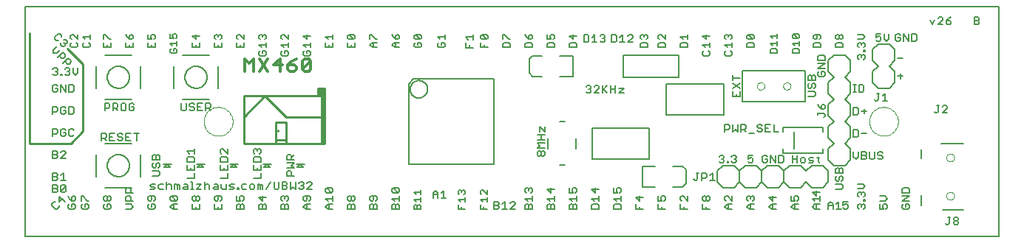
<source format=gto>
G75*
G70*
%OFA0B0*%
%FSLAX24Y24*%
%IPPOS*%
%LPD*%
%AMOC8*
5,1,8,0,0,1.08239X$1,22.5*
%
%ADD10C,0.0070*%
%ADD11C,0.0060*%
%ADD12C,0.0100*%
%ADD13C,0.0120*%
%ADD14C,0.0080*%
%ADD15C,0.0050*%
%ADD16C,0.0000*%
%ADD17C,0.0072*%
D10*
X001504Y001381D02*
X001582Y001381D01*
X001659Y001459D01*
X001659Y001537D01*
X001504Y001692D02*
X001426Y001692D01*
X001348Y001615D01*
X001348Y001537D01*
X001504Y001381D01*
X002077Y001433D02*
X002132Y001378D01*
X002353Y001378D01*
X002408Y001433D01*
X002408Y001543D01*
X002353Y001598D01*
X002243Y001598D01*
X002243Y001488D01*
X002132Y001598D02*
X002077Y001543D01*
X002077Y001433D01*
X002677Y001433D02*
X002732Y001378D01*
X002953Y001378D01*
X003008Y001433D01*
X003008Y001543D01*
X002953Y001598D01*
X002843Y001598D01*
X002843Y001488D01*
X002732Y001598D02*
X002677Y001543D01*
X002677Y001433D01*
X003677Y001433D02*
X003732Y001378D01*
X003953Y001378D01*
X004008Y001433D01*
X004008Y001543D01*
X003953Y001598D01*
X003843Y001598D01*
X003843Y001488D01*
X003732Y001598D02*
X003677Y001543D01*
X003677Y001433D01*
X004677Y001378D02*
X004898Y001378D01*
X005008Y001488D01*
X004898Y001598D01*
X004677Y001598D01*
X004677Y001746D02*
X004677Y001911D01*
X004732Y001966D01*
X004843Y001966D01*
X004898Y001911D01*
X004898Y001746D01*
X005008Y001746D02*
X004677Y001746D01*
X004008Y001801D02*
X004008Y001911D01*
X003953Y001966D01*
X003898Y001966D01*
X003843Y001911D01*
X003843Y001801D01*
X003788Y001746D01*
X003732Y001746D01*
X003677Y001801D01*
X003677Y001911D01*
X003732Y001966D01*
X003788Y001966D01*
X003843Y001911D01*
X003843Y001801D02*
X003898Y001746D01*
X003953Y001746D01*
X004008Y001801D01*
X004677Y002114D02*
X004677Y002279D01*
X004732Y002334D01*
X004843Y002334D01*
X004898Y002279D01*
X004898Y002114D01*
X005008Y002114D02*
X004677Y002114D01*
X005677Y001911D02*
X005677Y001801D01*
X005732Y001746D01*
X005788Y001746D01*
X005843Y001801D01*
X005843Y001966D01*
X005953Y001966D02*
X005732Y001966D01*
X005677Y001911D01*
X005953Y001966D02*
X006008Y001911D01*
X006008Y001801D01*
X005953Y001746D01*
X005953Y001598D02*
X005843Y001598D01*
X005843Y001488D01*
X005953Y001598D02*
X006008Y001543D01*
X006008Y001433D01*
X005953Y001378D01*
X005732Y001378D01*
X005677Y001433D01*
X005677Y001543D01*
X005732Y001598D01*
X006677Y001488D02*
X006788Y001378D01*
X007008Y001378D01*
X006843Y001378D02*
X006843Y001598D01*
X006788Y001598D02*
X007008Y001598D01*
X006788Y001598D02*
X006677Y001488D01*
X007677Y001598D02*
X007677Y001378D01*
X008008Y001378D01*
X008008Y001598D01*
X007843Y001488D02*
X007843Y001378D01*
X008677Y001378D02*
X008677Y001598D01*
X008843Y001488D02*
X008843Y001378D01*
X009008Y001378D02*
X009008Y001598D01*
X009677Y001543D02*
X009732Y001598D01*
X009788Y001598D01*
X009843Y001543D01*
X009843Y001378D01*
X010008Y001378D02*
X010008Y001543D01*
X009953Y001598D01*
X009898Y001598D01*
X009843Y001543D01*
X009677Y001543D02*
X009677Y001378D01*
X010008Y001378D01*
X010677Y001378D02*
X010677Y001543D01*
X010732Y001598D01*
X010788Y001598D01*
X010843Y001543D01*
X010843Y001378D01*
X011008Y001378D02*
X011008Y001543D01*
X010953Y001598D01*
X010898Y001598D01*
X010843Y001543D01*
X010843Y001746D02*
X010843Y001966D01*
X011008Y001911D02*
X010677Y001911D01*
X010843Y001746D01*
X011677Y001801D02*
X011677Y001911D01*
X011732Y001966D01*
X011788Y001966D01*
X011843Y001911D01*
X011898Y001966D01*
X011953Y001966D01*
X012008Y001911D01*
X012008Y001801D01*
X011953Y001746D01*
X011843Y001856D02*
X011843Y001911D01*
X011732Y001746D02*
X011677Y001801D01*
X011732Y001598D02*
X011788Y001598D01*
X011843Y001543D01*
X011843Y001378D01*
X012008Y001378D02*
X011677Y001378D01*
X011677Y001543D01*
X011732Y001598D01*
X011843Y001543D02*
X011898Y001598D01*
X011953Y001598D01*
X012008Y001543D01*
X012008Y001378D01*
X012677Y001488D02*
X012788Y001598D01*
X013008Y001598D01*
X012843Y001598D02*
X012843Y001378D01*
X012788Y001378D02*
X013008Y001378D01*
X012788Y001378D02*
X012677Y001488D01*
X013677Y001488D02*
X013788Y001598D01*
X014008Y001598D01*
X013843Y001598D02*
X013843Y001378D01*
X013788Y001378D02*
X013677Y001488D01*
X013788Y001378D02*
X014008Y001378D01*
X014677Y001378D02*
X014677Y001543D01*
X014732Y001598D01*
X014788Y001598D01*
X014843Y001543D01*
X014843Y001378D01*
X015008Y001378D02*
X015008Y001543D01*
X014953Y001598D01*
X014898Y001598D01*
X014843Y001543D01*
X014898Y001746D02*
X014843Y001801D01*
X014843Y001911D01*
X014898Y001966D01*
X014953Y001966D01*
X015008Y001911D01*
X015008Y001801D01*
X014953Y001746D01*
X014898Y001746D01*
X014843Y001801D02*
X014788Y001746D01*
X014732Y001746D01*
X014677Y001801D01*
X014677Y001911D01*
X014732Y001966D01*
X014788Y001966D01*
X014843Y001911D01*
X015677Y001911D02*
X015677Y001801D01*
X015732Y001746D01*
X015788Y001746D01*
X015843Y001801D01*
X015843Y001966D01*
X015953Y001966D02*
X015732Y001966D01*
X015677Y001911D01*
X015953Y001966D02*
X016008Y001911D01*
X016008Y001801D01*
X015953Y001746D01*
X016677Y001856D02*
X017008Y001856D01*
X017008Y001746D02*
X017008Y001966D01*
X016953Y002114D02*
X016732Y002114D01*
X016677Y002169D01*
X016677Y002279D01*
X016732Y002334D01*
X016953Y002114D01*
X017008Y002169D01*
X017008Y002279D01*
X016953Y002334D01*
X016732Y002334D01*
X016677Y001856D02*
X016788Y001746D01*
X016788Y001598D02*
X016843Y001543D01*
X016843Y001378D01*
X017008Y001378D02*
X017008Y001543D01*
X016953Y001598D01*
X016898Y001598D01*
X016843Y001543D01*
X016788Y001598D02*
X016732Y001598D01*
X016677Y001543D01*
X016677Y001378D01*
X017008Y001378D01*
X016008Y001378D02*
X016008Y001543D01*
X015953Y001598D01*
X015898Y001598D01*
X015843Y001543D01*
X015843Y001378D01*
X016008Y001378D02*
X015677Y001378D01*
X015677Y001543D01*
X015732Y001598D01*
X015788Y001598D01*
X015843Y001543D01*
X015008Y001378D02*
X014677Y001378D01*
X014008Y001746D02*
X014008Y001966D01*
X014008Y001856D02*
X013677Y001856D01*
X013788Y001746D01*
X013008Y001801D02*
X013008Y001911D01*
X012953Y001966D01*
X012732Y001966D01*
X012677Y001911D01*
X012677Y001801D01*
X012732Y001746D01*
X012788Y001746D01*
X012843Y001801D01*
X012843Y001966D01*
X013008Y001801D02*
X012953Y001746D01*
X013677Y002169D02*
X013732Y002114D01*
X013953Y002114D01*
X013732Y002334D01*
X013953Y002334D01*
X014008Y002279D01*
X014008Y002169D01*
X013953Y002114D01*
X013677Y002169D02*
X013677Y002279D01*
X013732Y002334D01*
X013057Y002278D02*
X012837Y002278D01*
X013057Y002498D01*
X013057Y002553D01*
X013002Y002608D01*
X012892Y002608D01*
X012837Y002553D01*
X012689Y002553D02*
X012634Y002608D01*
X012524Y002608D01*
X012469Y002553D01*
X012579Y002443D02*
X012634Y002443D01*
X012689Y002388D01*
X012689Y002333D01*
X012634Y002278D01*
X012524Y002278D01*
X012469Y002333D01*
X012320Y002278D02*
X012210Y002388D01*
X012100Y002278D01*
X012100Y002608D01*
X011952Y002553D02*
X011952Y002498D01*
X011897Y002443D01*
X011732Y002443D01*
X011732Y002278D02*
X011732Y002608D01*
X011897Y002608D01*
X011952Y002553D01*
X011897Y002443D02*
X011952Y002388D01*
X011952Y002333D01*
X011897Y002278D01*
X011732Y002278D01*
X011584Y002333D02*
X011584Y002608D01*
X011364Y002608D02*
X011364Y002333D01*
X011419Y002278D01*
X011529Y002278D01*
X011584Y002333D01*
X012320Y002278D02*
X012320Y002608D01*
X012634Y002443D02*
X012689Y002498D01*
X012689Y002553D01*
X012258Y002878D02*
X011927Y002878D01*
X011927Y003043D01*
X011982Y003098D01*
X012093Y003098D01*
X012148Y003043D01*
X012148Y002878D01*
X011215Y002608D02*
X010995Y002278D01*
X010847Y002278D02*
X010847Y002443D01*
X010792Y002498D01*
X010737Y002443D01*
X010737Y002278D01*
X010627Y002278D02*
X010627Y002498D01*
X010682Y002498D01*
X010737Y002443D01*
X010479Y002443D02*
X010479Y002333D01*
X010424Y002278D01*
X010314Y002278D01*
X010259Y002333D01*
X010259Y002443D01*
X010314Y002498D01*
X010424Y002498D01*
X010479Y002443D01*
X010111Y002498D02*
X009945Y002498D01*
X009890Y002443D01*
X009890Y002333D01*
X009945Y002278D01*
X010111Y002278D01*
X009761Y002278D02*
X009706Y002278D01*
X009706Y002333D01*
X009761Y002333D01*
X009761Y002278D01*
X009558Y002333D02*
X009503Y002388D01*
X009393Y002388D01*
X009338Y002443D01*
X009393Y002498D01*
X009558Y002498D01*
X009190Y002498D02*
X009190Y002278D01*
X009025Y002278D01*
X008970Y002333D01*
X008970Y002498D01*
X008821Y002443D02*
X008821Y002278D01*
X008656Y002278D01*
X008601Y002333D01*
X008656Y002388D01*
X008821Y002388D01*
X008821Y002443D02*
X008766Y002498D01*
X008656Y002498D01*
X008453Y002443D02*
X008398Y002498D01*
X008288Y002498D01*
X008233Y002443D01*
X008085Y002498D02*
X007865Y002278D01*
X008085Y002278D01*
X008233Y002278D02*
X008233Y002608D01*
X008085Y002498D02*
X007865Y002498D01*
X007674Y002608D02*
X007674Y002278D01*
X007619Y002278D02*
X007729Y002278D01*
X007471Y002278D02*
X007471Y002443D01*
X007416Y002498D01*
X007306Y002498D01*
X007306Y002388D02*
X007471Y002388D01*
X007471Y002278D02*
X007306Y002278D01*
X007251Y002333D01*
X007306Y002388D01*
X007103Y002443D02*
X007103Y002278D01*
X006993Y002278D02*
X006993Y002443D01*
X007048Y002498D01*
X007103Y002443D01*
X006993Y002443D02*
X006938Y002498D01*
X006883Y002498D01*
X006883Y002278D01*
X006734Y002278D02*
X006734Y002443D01*
X006679Y002498D01*
X006569Y002498D01*
X006514Y002443D01*
X006366Y002498D02*
X006201Y002498D01*
X006146Y002443D01*
X006146Y002333D01*
X006201Y002278D01*
X006366Y002278D01*
X006514Y002278D02*
X006514Y002608D01*
X005998Y002498D02*
X005833Y002498D01*
X005778Y002443D01*
X005833Y002388D01*
X005943Y002388D01*
X005998Y002333D01*
X005943Y002278D01*
X005778Y002278D01*
X006677Y001911D02*
X006732Y001966D01*
X006953Y001746D01*
X007008Y001801D01*
X007008Y001911D01*
X006953Y001966D01*
X006732Y001966D01*
X006677Y001911D02*
X006677Y001801D01*
X006732Y001746D01*
X006953Y001746D01*
X007677Y001801D02*
X007677Y001911D01*
X007732Y001966D01*
X007788Y001966D01*
X007843Y001911D01*
X007843Y001801D01*
X007788Y001746D01*
X007732Y001746D01*
X007677Y001801D01*
X007843Y001801D02*
X007898Y001746D01*
X007953Y001746D01*
X008008Y001801D01*
X008008Y001911D01*
X007953Y001966D01*
X007898Y001966D01*
X007843Y001911D01*
X008677Y001911D02*
X008677Y001801D01*
X008732Y001746D01*
X008788Y001746D01*
X008843Y001801D01*
X008843Y001966D01*
X008953Y001966D02*
X008732Y001966D01*
X008677Y001911D01*
X008953Y001966D02*
X009008Y001911D01*
X009008Y001801D01*
X008953Y001746D01*
X009677Y001746D02*
X009843Y001746D01*
X009788Y001856D01*
X009788Y001911D01*
X009843Y001966D01*
X009953Y001966D01*
X010008Y001911D01*
X010008Y001801D01*
X009953Y001746D01*
X009677Y001746D02*
X009677Y001966D01*
X009503Y002278D02*
X009558Y002333D01*
X009503Y002278D02*
X009338Y002278D01*
X008453Y002278D02*
X008453Y002443D01*
X007674Y002608D02*
X007619Y002608D01*
X007758Y002778D02*
X007427Y002778D01*
X007758Y002778D02*
X007758Y002998D01*
X007758Y003146D02*
X007427Y003146D01*
X007427Y003366D01*
X007427Y003514D02*
X007427Y003679D01*
X007482Y003734D01*
X007703Y003734D01*
X007758Y003679D01*
X007758Y003514D01*
X007427Y003514D01*
X007758Y003366D02*
X007758Y003146D01*
X007593Y003146D02*
X007593Y003256D01*
X008927Y003146D02*
X009258Y003146D01*
X009258Y003366D01*
X009258Y003514D02*
X009258Y003679D01*
X009203Y003734D01*
X008982Y003734D01*
X008927Y003679D01*
X008927Y003514D01*
X009258Y003514D01*
X008927Y003366D02*
X008927Y003146D01*
X009093Y003146D02*
X009093Y003256D01*
X009258Y002998D02*
X009258Y002778D01*
X008927Y002778D01*
X010427Y002778D02*
X010758Y002778D01*
X010758Y002998D01*
X010758Y003146D02*
X010427Y003146D01*
X010427Y003366D01*
X010427Y003514D02*
X010427Y003679D01*
X010482Y003734D01*
X010703Y003734D01*
X010758Y003679D01*
X010758Y003514D01*
X010427Y003514D01*
X010758Y003366D02*
X010758Y003146D01*
X010593Y003146D02*
X010593Y003256D01*
X011927Y003246D02*
X012258Y003246D01*
X012148Y003356D01*
X012258Y003466D01*
X011927Y003466D01*
X011927Y003614D02*
X011927Y003779D01*
X011982Y003834D01*
X012093Y003834D01*
X012148Y003779D01*
X012148Y003614D01*
X012258Y003614D02*
X011927Y003614D01*
X012148Y003724D02*
X012258Y003834D01*
X010758Y003938D02*
X010703Y003883D01*
X010758Y003938D02*
X010758Y004048D01*
X010703Y004103D01*
X010648Y004103D01*
X010593Y004048D01*
X010593Y003993D01*
X010593Y004048D02*
X010538Y004103D01*
X010482Y004103D01*
X010427Y004048D01*
X010427Y003938D01*
X010482Y003883D01*
X009258Y003883D02*
X009038Y004103D01*
X008982Y004103D01*
X008927Y004048D01*
X008927Y003938D01*
X008982Y003883D01*
X009258Y003883D02*
X009258Y004103D01*
X007758Y004103D02*
X007758Y003883D01*
X007758Y003993D02*
X007427Y003993D01*
X007538Y003883D01*
X006208Y003779D02*
X006208Y003614D01*
X005877Y003614D01*
X005877Y003779D01*
X005932Y003834D01*
X005988Y003834D01*
X006043Y003779D01*
X006043Y003614D01*
X006098Y003466D02*
X006153Y003466D01*
X006208Y003411D01*
X006208Y003301D01*
X006153Y003246D01*
X006043Y003301D02*
X006043Y003411D01*
X006098Y003466D01*
X005932Y003466D02*
X005877Y003411D01*
X005877Y003301D01*
X005932Y003246D01*
X005988Y003246D01*
X006043Y003301D01*
X006153Y003098D02*
X005877Y003098D01*
X006153Y003098D02*
X006208Y003043D01*
X006208Y002933D01*
X006153Y002878D01*
X005877Y002878D01*
X002953Y001746D02*
X002732Y001966D01*
X002677Y001966D01*
X002677Y001746D01*
X002408Y001801D02*
X002408Y001911D01*
X002353Y001966D01*
X002298Y001966D01*
X002243Y001911D01*
X002243Y001746D01*
X002353Y001746D01*
X002408Y001801D01*
X002243Y001746D02*
X002132Y001856D01*
X002077Y001966D01*
X001911Y002128D02*
X001801Y002128D01*
X001746Y002183D01*
X001966Y002403D01*
X001966Y002183D01*
X001911Y002128D01*
X001746Y002183D02*
X001746Y002403D01*
X001801Y002458D01*
X001911Y002458D01*
X001966Y002403D01*
X001598Y002403D02*
X001598Y002348D01*
X001543Y002293D01*
X001378Y002293D01*
X001543Y002293D02*
X001598Y002238D01*
X001598Y002183D01*
X001543Y002128D01*
X001378Y002128D01*
X001378Y002458D01*
X001543Y002458D01*
X001598Y002403D01*
X001543Y002678D02*
X001378Y002678D01*
X001378Y003008D01*
X001543Y003008D01*
X001598Y002953D01*
X001598Y002898D01*
X001543Y002843D01*
X001378Y002843D01*
X001543Y002843D02*
X001598Y002788D01*
X001598Y002733D01*
X001543Y002678D01*
X001746Y002678D02*
X001966Y002678D01*
X001856Y002678D02*
X001856Y003008D01*
X001746Y002898D01*
X001746Y003678D02*
X001966Y003898D01*
X001966Y003953D01*
X001911Y004008D01*
X001801Y004008D01*
X001746Y003953D01*
X001598Y003953D02*
X001598Y003898D01*
X001543Y003843D01*
X001378Y003843D01*
X001543Y003843D02*
X001598Y003788D01*
X001598Y003733D01*
X001543Y003678D01*
X001378Y003678D01*
X001378Y004008D01*
X001543Y004008D01*
X001598Y003953D01*
X001746Y003678D02*
X001966Y003678D01*
X003578Y004478D02*
X003578Y004808D01*
X003743Y004808D01*
X003798Y004753D01*
X003798Y004643D01*
X003743Y004588D01*
X003578Y004588D01*
X003688Y004588D02*
X003798Y004478D01*
X003946Y004478D02*
X004166Y004478D01*
X004314Y004533D02*
X004369Y004478D01*
X004479Y004478D01*
X004534Y004533D01*
X004534Y004588D01*
X004479Y004643D01*
X004369Y004643D01*
X004314Y004698D01*
X004314Y004753D01*
X004369Y004808D01*
X004479Y004808D01*
X004534Y004753D01*
X004683Y004808D02*
X004683Y004478D01*
X004903Y004478D01*
X005161Y004478D02*
X005161Y004808D01*
X005051Y004808D02*
X005271Y004808D01*
X004903Y004808D02*
X004683Y004808D01*
X004166Y004808D02*
X003946Y004808D01*
X003946Y004478D01*
X003946Y004643D02*
X004056Y004643D01*
X004683Y004643D02*
X004793Y004643D01*
X002334Y004733D02*
X002279Y004678D01*
X002169Y004678D01*
X002114Y004733D01*
X002114Y004953D01*
X002169Y005008D01*
X002279Y005008D01*
X002334Y004953D01*
X001966Y004953D02*
X001911Y005008D01*
X001801Y005008D01*
X001746Y004953D01*
X001746Y004733D01*
X001801Y004678D01*
X001911Y004678D01*
X001966Y004733D01*
X001966Y004843D01*
X001856Y004843D01*
X001598Y004843D02*
X001543Y004788D01*
X001378Y004788D01*
X001378Y004678D02*
X001378Y005008D01*
X001543Y005008D01*
X001598Y004953D01*
X001598Y004843D01*
X001801Y005678D02*
X001746Y005733D01*
X001746Y005953D01*
X001801Y006008D01*
X001911Y006008D01*
X001966Y005953D01*
X001966Y005843D02*
X001856Y005843D01*
X001966Y005843D02*
X001966Y005733D01*
X001911Y005678D01*
X001801Y005678D01*
X001598Y005843D02*
X001543Y005788D01*
X001378Y005788D01*
X001378Y005678D02*
X001378Y006008D01*
X001543Y006008D01*
X001598Y005953D01*
X001598Y005843D01*
X002114Y006008D02*
X002114Y005678D01*
X002279Y005678D01*
X002334Y005733D01*
X002334Y005953D01*
X002279Y006008D01*
X002114Y006008D01*
X003728Y005938D02*
X003893Y005938D01*
X003948Y005993D01*
X003948Y006103D01*
X003893Y006158D01*
X003728Y006158D01*
X003728Y005828D01*
X004096Y005828D02*
X004096Y006158D01*
X004261Y006158D01*
X004316Y006103D01*
X004316Y005993D01*
X004261Y005938D01*
X004096Y005938D01*
X004206Y005938D02*
X004316Y005828D01*
X004464Y005883D02*
X004519Y005828D01*
X004629Y005828D01*
X004684Y005883D01*
X004684Y006103D01*
X004629Y006158D01*
X004519Y006158D01*
X004464Y006103D01*
X004464Y005883D01*
X004833Y005883D02*
X004888Y005828D01*
X004998Y005828D01*
X005053Y005883D01*
X005053Y005993D01*
X004943Y005993D01*
X005053Y006103D02*
X004998Y006158D01*
X004888Y006158D01*
X004833Y006103D01*
X004833Y005883D01*
X007178Y005883D02*
X007233Y005828D01*
X007343Y005828D01*
X007398Y005883D01*
X007398Y006158D01*
X007546Y006103D02*
X007546Y006048D01*
X007601Y005993D01*
X007711Y005993D01*
X007766Y005938D01*
X007766Y005883D01*
X007711Y005828D01*
X007601Y005828D01*
X007546Y005883D01*
X007178Y005883D02*
X007178Y006158D01*
X007546Y006103D02*
X007601Y006158D01*
X007711Y006158D01*
X007766Y006103D01*
X007914Y006158D02*
X007914Y005828D01*
X008134Y005828D01*
X008283Y005828D02*
X008283Y006158D01*
X008448Y006158D01*
X008503Y006103D01*
X008503Y005993D01*
X008448Y005938D01*
X008283Y005938D01*
X008393Y005938D02*
X008503Y005828D01*
X008024Y005993D02*
X007914Y005993D01*
X007914Y006158D02*
X008134Y006158D01*
X002519Y007538D02*
X002519Y007758D01*
X002298Y007758D02*
X002298Y007538D01*
X002409Y007428D01*
X002519Y007538D01*
X002150Y007538D02*
X002095Y007593D01*
X002040Y007593D01*
X002095Y007593D02*
X002150Y007648D01*
X002150Y007703D01*
X002095Y007758D01*
X001985Y007758D01*
X001930Y007703D01*
X001598Y007703D02*
X001598Y007648D01*
X001543Y007593D01*
X001598Y007538D01*
X001598Y007483D01*
X001543Y007428D01*
X001433Y007428D01*
X001378Y007483D01*
X001488Y007593D02*
X001543Y007593D01*
X001598Y007703D02*
X001543Y007758D01*
X001433Y007758D01*
X001378Y007703D01*
X001746Y007483D02*
X001801Y007483D01*
X001801Y007428D01*
X001746Y007428D01*
X001746Y007483D01*
X001930Y007483D02*
X001985Y007428D01*
X002095Y007428D01*
X002150Y007483D01*
X002150Y007538D01*
X002121Y007948D02*
X002043Y007948D01*
X001926Y008064D01*
X001848Y007986D02*
X002082Y008220D01*
X002199Y008103D01*
X002199Y008025D01*
X002121Y007948D01*
X001860Y008208D02*
X001783Y008208D01*
X001666Y008325D01*
X001588Y008247D02*
X001821Y008480D01*
X001938Y008364D01*
X001938Y008286D01*
X001860Y008208D01*
X001561Y008429D02*
X001717Y008585D01*
X001804Y008742D02*
X001726Y008820D01*
X001726Y008898D01*
X001622Y009003D02*
X001544Y009003D01*
X001466Y009081D01*
X001466Y009158D01*
X001622Y009314D01*
X001700Y009314D01*
X001777Y009236D01*
X001777Y009158D01*
X001882Y009054D02*
X001960Y009054D01*
X002038Y008976D01*
X002038Y008898D01*
X001999Y008859D01*
X001921Y008859D01*
X001921Y008781D01*
X001882Y008742D01*
X001804Y008742D01*
X001921Y008859D02*
X001882Y008898D01*
X002177Y008856D02*
X002177Y008746D01*
X002232Y008691D01*
X002453Y008691D01*
X002508Y008746D01*
X002508Y008856D01*
X002453Y008911D01*
X002508Y009059D02*
X002288Y009280D01*
X002232Y009280D01*
X002177Y009224D01*
X002177Y009114D01*
X002232Y009059D01*
X002232Y008911D02*
X002177Y008856D01*
X001561Y008741D02*
X001405Y008585D01*
X001405Y008429D01*
X001561Y008429D01*
X002727Y008746D02*
X002782Y008691D01*
X003003Y008691D01*
X003058Y008746D01*
X003058Y008856D01*
X003003Y008911D01*
X003058Y009059D02*
X003058Y009280D01*
X003058Y009169D02*
X002727Y009169D01*
X002838Y009059D01*
X002782Y008911D02*
X002727Y008856D01*
X002727Y008746D01*
X003677Y008691D02*
X003677Y008911D01*
X003677Y009059D02*
X003677Y009280D01*
X003732Y009280D01*
X003953Y009059D01*
X004008Y009059D01*
X004008Y008911D02*
X004008Y008691D01*
X003677Y008691D01*
X003843Y008691D02*
X003843Y008801D01*
X004677Y008691D02*
X005008Y008691D01*
X005008Y008911D01*
X004953Y009059D02*
X004843Y009059D01*
X004843Y009224D01*
X004898Y009280D01*
X004953Y009280D01*
X005008Y009224D01*
X005008Y009114D01*
X004953Y009059D01*
X004843Y009059D02*
X004732Y009169D01*
X004677Y009280D01*
X005677Y009280D02*
X005677Y009059D01*
X005843Y009059D01*
X005788Y009169D01*
X005788Y009224D01*
X005843Y009280D01*
X005953Y009280D01*
X006008Y009224D01*
X006008Y009114D01*
X005953Y009059D01*
X006008Y008911D02*
X006008Y008691D01*
X005677Y008691D01*
X005677Y008911D01*
X005843Y008801D02*
X005843Y008691D01*
X004843Y008691D02*
X004843Y008801D01*
X004677Y008911D02*
X004677Y008691D01*
X002508Y009059D02*
X002508Y009280D01*
X007677Y009224D02*
X007843Y009059D01*
X007843Y009280D01*
X008008Y009224D02*
X007677Y009224D01*
X008677Y009224D02*
X008677Y009114D01*
X008732Y009059D01*
X008843Y009169D02*
X008843Y009224D01*
X008898Y009280D01*
X008953Y009280D01*
X009008Y009224D01*
X009008Y009114D01*
X008953Y009059D01*
X009008Y008911D02*
X009008Y008691D01*
X008677Y008691D01*
X008677Y008911D01*
X008843Y008801D02*
X008843Y008691D01*
X009677Y008691D02*
X010008Y008691D01*
X010008Y008911D01*
X010008Y009059D02*
X009788Y009280D01*
X009732Y009280D01*
X009677Y009224D01*
X009677Y009114D01*
X009732Y009059D01*
X009677Y008911D02*
X009677Y008691D01*
X009843Y008691D02*
X009843Y008801D01*
X010008Y009059D02*
X010008Y009280D01*
X010677Y009224D02*
X010677Y009114D01*
X010732Y009059D01*
X010843Y009169D02*
X010843Y009224D01*
X010898Y009280D01*
X010953Y009280D01*
X011008Y009224D01*
X011008Y009114D01*
X010953Y009059D01*
X011008Y008911D02*
X011008Y008691D01*
X011008Y008801D02*
X010677Y008801D01*
X010788Y008691D01*
X010843Y008543D02*
X010843Y008433D01*
X010843Y008543D02*
X010953Y008543D01*
X011008Y008488D01*
X011008Y008378D01*
X010953Y008323D01*
X010732Y008323D01*
X010677Y008378D01*
X010677Y008488D01*
X010732Y008543D01*
X011677Y008488D02*
X011677Y008378D01*
X011732Y008323D01*
X011953Y008323D01*
X012008Y008378D01*
X012008Y008488D01*
X011953Y008543D01*
X011843Y008543D01*
X011843Y008433D01*
X011732Y008543D02*
X011677Y008488D01*
X011788Y008691D02*
X011677Y008801D01*
X012008Y008801D01*
X012008Y008691D02*
X012008Y008911D01*
X012008Y009059D02*
X011788Y009280D01*
X011732Y009280D01*
X011677Y009224D01*
X011677Y009114D01*
X011732Y009059D01*
X012008Y009059D02*
X012008Y009280D01*
X012677Y009224D02*
X012843Y009059D01*
X012843Y009280D01*
X013008Y009224D02*
X012677Y009224D01*
X013677Y009169D02*
X014008Y009169D01*
X014008Y009059D02*
X014008Y009280D01*
X013788Y009059D02*
X013677Y009169D01*
X013677Y008911D02*
X013677Y008691D01*
X014008Y008691D01*
X014008Y008911D01*
X013843Y008801D02*
X013843Y008691D01*
X014677Y008691D02*
X014677Y008911D01*
X014732Y009059D02*
X014677Y009114D01*
X014677Y009224D01*
X014732Y009280D01*
X014953Y009059D01*
X015008Y009114D01*
X015008Y009224D01*
X014953Y009280D01*
X014732Y009280D01*
X014732Y009059D02*
X014953Y009059D01*
X015008Y008911D02*
X015008Y008691D01*
X014677Y008691D01*
X014843Y008691D02*
X014843Y008801D01*
X015677Y008801D02*
X015788Y008691D01*
X016008Y008691D01*
X015843Y008691D02*
X015843Y008911D01*
X015788Y008911D02*
X016008Y008911D01*
X016008Y009059D02*
X015953Y009059D01*
X015732Y009280D01*
X015677Y009280D01*
X015677Y009059D01*
X015788Y008911D02*
X015677Y008801D01*
X016677Y008801D02*
X016788Y008691D01*
X017008Y008691D01*
X016843Y008691D02*
X016843Y008911D01*
X016788Y008911D02*
X017008Y008911D01*
X016953Y009059D02*
X017008Y009114D01*
X017008Y009224D01*
X016953Y009280D01*
X016898Y009280D01*
X016843Y009224D01*
X016843Y009059D01*
X016953Y009059D01*
X016843Y009059D02*
X016732Y009169D01*
X016677Y009280D01*
X016788Y008911D02*
X016677Y008801D01*
X017677Y008746D02*
X017732Y008691D01*
X017953Y008691D01*
X018008Y008746D01*
X018008Y008856D01*
X017953Y008911D01*
X017843Y008911D01*
X017843Y008801D01*
X017732Y008911D02*
X017677Y008856D01*
X017677Y008746D01*
X018727Y008746D02*
X018782Y008691D01*
X019003Y008691D01*
X019058Y008746D01*
X019058Y008856D01*
X019003Y008911D01*
X018893Y008911D01*
X018893Y008801D01*
X018782Y008911D02*
X018727Y008856D01*
X018727Y008746D01*
X018838Y009059D02*
X018727Y009169D01*
X019058Y009169D01*
X019058Y009059D02*
X019058Y009280D01*
X020007Y009164D02*
X020118Y009054D01*
X020007Y009164D02*
X020338Y009164D01*
X020338Y009054D02*
X020338Y009275D01*
X020677Y009224D02*
X020732Y009280D01*
X020953Y009059D01*
X021008Y009114D01*
X021008Y009224D01*
X020953Y009280D01*
X020732Y009280D01*
X020677Y009224D02*
X020677Y009114D01*
X020732Y009059D01*
X020953Y009059D01*
X020677Y008911D02*
X020677Y008691D01*
X021008Y008691D01*
X020843Y008691D02*
X020843Y008801D01*
X020338Y008686D02*
X020007Y008686D01*
X020007Y008906D01*
X020173Y008796D02*
X020173Y008686D01*
X021677Y008691D02*
X021677Y008856D01*
X021732Y008911D01*
X021953Y008911D01*
X022008Y008856D01*
X022008Y008691D01*
X021677Y008691D01*
X022677Y008691D02*
X022677Y008856D01*
X022732Y008911D01*
X022953Y008911D01*
X023008Y008856D01*
X023008Y008691D01*
X022677Y008691D01*
X023677Y008691D02*
X023677Y008856D01*
X023732Y008911D01*
X023953Y008911D01*
X024008Y008856D01*
X024008Y008691D01*
X023677Y008691D01*
X024677Y008691D02*
X024677Y008856D01*
X024732Y008911D01*
X024953Y008911D01*
X025008Y008856D01*
X025008Y008691D01*
X024677Y008691D01*
X025328Y008928D02*
X025493Y008928D01*
X025548Y008983D01*
X025548Y009203D01*
X025493Y009258D01*
X025328Y009258D01*
X025328Y008928D01*
X025696Y008928D02*
X025916Y008928D01*
X025806Y008928D02*
X025806Y009258D01*
X025696Y009148D01*
X026064Y009203D02*
X026119Y009258D01*
X026229Y009258D01*
X026284Y009203D01*
X026284Y009148D01*
X026229Y009093D01*
X026284Y009038D01*
X026284Y008983D01*
X026229Y008928D01*
X026119Y008928D01*
X026064Y008983D01*
X026174Y009093D02*
X026229Y009093D01*
X026578Y009258D02*
X026743Y009258D01*
X026798Y009203D01*
X026798Y008983D01*
X026743Y008928D01*
X026578Y008928D01*
X026578Y009258D01*
X026946Y009148D02*
X027056Y009258D01*
X027056Y008928D01*
X026946Y008928D02*
X027166Y008928D01*
X027314Y008928D02*
X027534Y009148D01*
X027534Y009203D01*
X027479Y009258D01*
X027369Y009258D01*
X027314Y009203D01*
X027877Y009224D02*
X027877Y009114D01*
X027932Y009059D01*
X027932Y008911D02*
X027877Y008856D01*
X027877Y008691D01*
X028208Y008691D01*
X028208Y008856D01*
X028153Y008911D01*
X027932Y008911D01*
X028153Y009059D02*
X028208Y009114D01*
X028208Y009224D01*
X028153Y009280D01*
X028098Y009280D01*
X028043Y009224D01*
X028043Y009169D01*
X028043Y009224D02*
X027988Y009280D01*
X027932Y009280D01*
X027877Y009224D01*
X028677Y009224D02*
X028677Y009114D01*
X028732Y009059D01*
X028732Y008911D02*
X028677Y008856D01*
X028677Y008691D01*
X029008Y008691D01*
X029008Y008856D01*
X028953Y008911D01*
X028732Y008911D01*
X029008Y009059D02*
X028788Y009280D01*
X028732Y009280D01*
X028677Y009224D01*
X029008Y009280D02*
X029008Y009059D01*
X029677Y009169D02*
X029788Y009059D01*
X029677Y009169D02*
X030008Y009169D01*
X030008Y009059D02*
X030008Y009280D01*
X030677Y009224D02*
X030843Y009059D01*
X030843Y009280D01*
X031008Y009224D02*
X030677Y009224D01*
X031677Y009224D02*
X031677Y009114D01*
X031732Y009059D01*
X031843Y009169D02*
X031843Y009224D01*
X031898Y009280D01*
X031953Y009280D01*
X032008Y009224D01*
X032008Y009114D01*
X031953Y009059D01*
X032008Y008911D02*
X032008Y008691D01*
X032008Y008801D02*
X031677Y008801D01*
X031788Y008691D01*
X031008Y008691D02*
X031008Y008911D01*
X031008Y008801D02*
X030677Y008801D01*
X030788Y008691D01*
X030732Y008543D02*
X030677Y008488D01*
X030677Y008378D01*
X030732Y008323D01*
X030953Y008323D01*
X031008Y008378D01*
X031008Y008488D01*
X030953Y008543D01*
X031677Y008488D02*
X031677Y008378D01*
X031732Y008323D01*
X031953Y008323D01*
X032008Y008378D01*
X032008Y008488D01*
X031953Y008543D01*
X031732Y008543D02*
X031677Y008488D01*
X032677Y008691D02*
X032677Y008856D01*
X032732Y008911D01*
X032953Y008911D01*
X033008Y008856D01*
X033008Y008691D01*
X032677Y008691D01*
X032732Y009059D02*
X032677Y009114D01*
X032677Y009224D01*
X032732Y009280D01*
X032953Y009059D01*
X033008Y009114D01*
X033008Y009224D01*
X032953Y009280D01*
X032732Y009280D01*
X032732Y009059D02*
X032953Y009059D01*
X031843Y009224D02*
X031788Y009280D01*
X031732Y009280D01*
X031677Y009224D01*
X030008Y008856D02*
X029953Y008911D01*
X029732Y008911D01*
X029677Y008856D01*
X029677Y008691D01*
X030008Y008691D01*
X030008Y008856D01*
X027534Y008928D02*
X027314Y008928D01*
X025008Y009224D02*
X024677Y009224D01*
X024843Y009059D01*
X024843Y009280D01*
X024008Y009224D02*
X024008Y009114D01*
X023953Y009059D01*
X023843Y009059D02*
X023788Y009169D01*
X023788Y009224D01*
X023843Y009280D01*
X023953Y009280D01*
X024008Y009224D01*
X023677Y009280D02*
X023677Y009059D01*
X023843Y009059D01*
X023008Y009114D02*
X023008Y009224D01*
X022953Y009280D01*
X022898Y009280D01*
X022843Y009224D01*
X022843Y009059D01*
X022953Y009059D01*
X023008Y009114D01*
X022843Y009059D02*
X022732Y009169D01*
X022677Y009280D01*
X022008Y009059D02*
X021953Y009059D01*
X021732Y009280D01*
X021677Y009280D01*
X021677Y009059D01*
X018008Y009114D02*
X017953Y009059D01*
X017732Y009280D01*
X017953Y009280D01*
X018008Y009224D01*
X018008Y009114D01*
X017953Y009059D02*
X017732Y009059D01*
X017677Y009114D01*
X017677Y009224D01*
X017732Y009280D01*
X013008Y008911D02*
X013008Y008691D01*
X013008Y008801D02*
X012677Y008801D01*
X012788Y008691D01*
X012843Y008543D02*
X012843Y008433D01*
X012843Y008543D02*
X012953Y008543D01*
X013008Y008488D01*
X013008Y008378D01*
X012953Y008323D01*
X012732Y008323D01*
X012677Y008378D01*
X012677Y008488D01*
X012732Y008543D01*
X010843Y009224D02*
X010788Y009280D01*
X010732Y009280D01*
X010677Y009224D01*
X008843Y009224D02*
X008788Y009280D01*
X008732Y009280D01*
X008677Y009224D01*
X008008Y008911D02*
X008008Y008691D01*
X007677Y008691D01*
X007677Y008911D01*
X007843Y008801D02*
X007843Y008691D01*
X002334Y006953D02*
X002279Y007008D01*
X002114Y007008D01*
X002114Y006678D01*
X002279Y006678D01*
X002334Y006733D01*
X002334Y006953D01*
X001966Y007008D02*
X001966Y006678D01*
X001746Y007008D01*
X001746Y006678D01*
X001598Y006733D02*
X001543Y006678D01*
X001433Y006678D01*
X001378Y006733D01*
X001378Y006953D01*
X001433Y007008D01*
X001543Y007008D01*
X001598Y006953D01*
X001598Y006843D02*
X001488Y006843D01*
X001598Y006843D02*
X001598Y006733D01*
X006043Y003779D02*
X006098Y003834D01*
X006153Y003834D01*
X006208Y003779D01*
X001920Y001719D02*
X001686Y001953D01*
X001686Y001719D01*
X001842Y001875D01*
X002953Y001746D02*
X003008Y001746D01*
X008677Y001378D02*
X009008Y001378D01*
X010677Y001378D02*
X011008Y001378D01*
X018528Y001878D02*
X018528Y002098D01*
X018638Y002208D01*
X018748Y002098D01*
X018748Y001878D01*
X018896Y001878D02*
X019116Y001878D01*
X019006Y001878D02*
X019006Y002208D01*
X018896Y002098D01*
X018748Y002043D02*
X018528Y002043D01*
X021278Y001708D02*
X021278Y001378D01*
X021443Y001378D01*
X021498Y001433D01*
X021498Y001488D01*
X021443Y001543D01*
X021278Y001543D01*
X021443Y001543D02*
X021498Y001598D01*
X021498Y001653D01*
X021443Y001708D01*
X021278Y001708D01*
X021646Y001598D02*
X021756Y001708D01*
X021756Y001378D01*
X021646Y001378D02*
X021866Y001378D01*
X022014Y001378D02*
X022234Y001598D01*
X022234Y001653D01*
X022179Y001708D01*
X022069Y001708D01*
X022014Y001653D01*
X022677Y001543D02*
X022732Y001598D01*
X022788Y001598D01*
X022843Y001543D01*
X022843Y001378D01*
X023008Y001378D02*
X022677Y001378D01*
X022677Y001543D01*
X022843Y001543D02*
X022898Y001598D01*
X022953Y001598D01*
X023008Y001543D01*
X023008Y001378D01*
X023677Y001378D02*
X023677Y001543D01*
X023732Y001598D01*
X023788Y001598D01*
X023843Y001543D01*
X023843Y001378D01*
X024008Y001378D02*
X023677Y001378D01*
X024008Y001378D02*
X024008Y001543D01*
X023953Y001598D01*
X023898Y001598D01*
X023843Y001543D01*
X023788Y001746D02*
X023677Y001856D01*
X024008Y001856D01*
X024008Y001746D02*
X024008Y001966D01*
X023843Y002114D02*
X023843Y002334D01*
X024008Y002279D02*
X023677Y002279D01*
X023843Y002114D01*
X023008Y002169D02*
X022953Y002114D01*
X023008Y002169D02*
X023008Y002279D01*
X022953Y002334D01*
X022898Y002334D01*
X022843Y002279D01*
X022843Y002224D01*
X022843Y002279D02*
X022788Y002334D01*
X022732Y002334D01*
X022677Y002279D01*
X022677Y002169D01*
X022732Y002114D01*
X023008Y001966D02*
X023008Y001746D01*
X023008Y001856D02*
X022677Y001856D01*
X022788Y001746D01*
X022234Y001378D02*
X022014Y001378D01*
X024677Y001378D02*
X024677Y001543D01*
X024732Y001598D01*
X024788Y001598D01*
X024843Y001543D01*
X024843Y001378D01*
X025008Y001378D02*
X025008Y001543D01*
X024953Y001598D01*
X024898Y001598D01*
X024843Y001543D01*
X024788Y001746D02*
X024677Y001856D01*
X025008Y001856D01*
X025008Y001746D02*
X025008Y001966D01*
X024953Y002114D02*
X025008Y002169D01*
X025008Y002279D01*
X024953Y002334D01*
X024843Y002334D01*
X024788Y002279D01*
X024788Y002224D01*
X024843Y002114D01*
X024677Y002114D01*
X024677Y002334D01*
X025677Y002279D02*
X025843Y002114D01*
X025843Y002334D01*
X026008Y002279D02*
X025677Y002279D01*
X026677Y002334D02*
X026677Y002114D01*
X026843Y002114D01*
X026788Y002224D01*
X026788Y002279D01*
X026843Y002334D01*
X026953Y002334D01*
X027008Y002279D01*
X027008Y002169D01*
X026953Y002114D01*
X027008Y001966D02*
X027008Y001746D01*
X027008Y001856D02*
X026677Y001856D01*
X026788Y001746D01*
X026732Y001598D02*
X026677Y001543D01*
X026677Y001378D01*
X027008Y001378D01*
X027008Y001543D01*
X026953Y001598D01*
X026732Y001598D01*
X026008Y001543D02*
X026008Y001378D01*
X025677Y001378D01*
X025677Y001543D01*
X025732Y001598D01*
X025953Y001598D01*
X026008Y001543D01*
X026008Y001746D02*
X026008Y001966D01*
X026008Y001856D02*
X025677Y001856D01*
X025788Y001746D01*
X025008Y001378D02*
X024677Y001378D01*
X027677Y001378D02*
X027677Y001598D01*
X027843Y001488D02*
X027843Y001378D01*
X028008Y001378D02*
X027677Y001378D01*
X028677Y001378D02*
X028677Y001598D01*
X028843Y001488D02*
X028843Y001378D01*
X029008Y001378D02*
X028677Y001378D01*
X029677Y001378D02*
X029677Y001598D01*
X029843Y001488D02*
X029843Y001378D01*
X030008Y001378D02*
X029677Y001378D01*
X030677Y001378D02*
X030677Y001598D01*
X030843Y001488D02*
X030843Y001378D01*
X031008Y001378D02*
X030677Y001378D01*
X031677Y001488D02*
X031788Y001598D01*
X032008Y001598D01*
X031843Y001598D02*
X031843Y001378D01*
X031788Y001378D02*
X032008Y001378D01*
X031788Y001378D02*
X031677Y001488D01*
X032677Y001488D02*
X032788Y001598D01*
X033008Y001598D01*
X032843Y001598D02*
X032843Y001378D01*
X032788Y001378D02*
X032677Y001488D01*
X032788Y001378D02*
X033008Y001378D01*
X033677Y001488D02*
X033788Y001598D01*
X034008Y001598D01*
X033843Y001598D02*
X033843Y001378D01*
X033788Y001378D02*
X033677Y001488D01*
X033788Y001378D02*
X034008Y001378D01*
X034677Y001488D02*
X034788Y001598D01*
X035008Y001598D01*
X034843Y001598D02*
X034843Y001378D01*
X034788Y001378D02*
X034677Y001488D01*
X034788Y001378D02*
X035008Y001378D01*
X035627Y001488D02*
X035738Y001598D01*
X035958Y001598D01*
X035793Y001598D02*
X035793Y001378D01*
X035738Y001378D02*
X035958Y001378D01*
X035738Y001378D02*
X035627Y001488D01*
X036341Y001543D02*
X036561Y001543D01*
X036561Y001598D02*
X036561Y001378D01*
X036709Y001378D02*
X036930Y001378D01*
X036819Y001378D02*
X036819Y001708D01*
X036709Y001598D01*
X036561Y001598D02*
X036451Y001708D01*
X036341Y001598D01*
X036341Y001378D01*
X037677Y001433D02*
X037732Y001378D01*
X037677Y001433D02*
X037677Y001543D01*
X037732Y001598D01*
X037788Y001598D01*
X037843Y001543D01*
X037898Y001598D01*
X037953Y001598D01*
X038008Y001543D01*
X038008Y001433D01*
X037953Y001378D01*
X037843Y001488D02*
X037843Y001543D01*
X037953Y001746D02*
X037953Y001801D01*
X038008Y001801D01*
X038008Y001746D01*
X037953Y001746D01*
X037953Y001930D02*
X038008Y001985D01*
X038008Y002095D01*
X037953Y002150D01*
X037898Y002150D01*
X037843Y002095D01*
X037843Y002040D01*
X037843Y002095D02*
X037788Y002150D01*
X037732Y002150D01*
X037677Y002095D01*
X037677Y001985D01*
X037732Y001930D01*
X038677Y001966D02*
X038898Y001966D01*
X039008Y001856D01*
X038898Y001746D01*
X038677Y001746D01*
X038677Y001598D02*
X038677Y001378D01*
X038843Y001378D01*
X038788Y001488D01*
X038788Y001543D01*
X038843Y001598D01*
X038953Y001598D01*
X039008Y001543D01*
X039008Y001433D01*
X038953Y001378D01*
X039677Y001433D02*
X039732Y001378D01*
X039953Y001378D01*
X040008Y001433D01*
X040008Y001543D01*
X039953Y001598D01*
X039843Y001598D01*
X039843Y001488D01*
X039732Y001598D02*
X039677Y001543D01*
X039677Y001433D01*
X039677Y001746D02*
X040008Y001966D01*
X039677Y001966D01*
X039677Y002114D02*
X039677Y002279D01*
X039732Y002334D01*
X039953Y002334D01*
X040008Y002279D01*
X040008Y002114D01*
X039677Y002114D01*
X039677Y001746D02*
X040008Y001746D01*
X038008Y002409D02*
X037898Y002298D01*
X037677Y002298D01*
X037898Y002519D02*
X038008Y002409D01*
X037898Y002519D02*
X037677Y002519D01*
X037008Y002443D02*
X037008Y002333D01*
X036953Y002278D01*
X036677Y002278D01*
X036953Y002498D02*
X037008Y002443D01*
X036953Y002498D02*
X036677Y002498D01*
X036732Y002646D02*
X036788Y002646D01*
X036843Y002701D01*
X036843Y002811D01*
X036898Y002866D01*
X036953Y002866D01*
X037008Y002811D01*
X037008Y002701D01*
X036953Y002646D01*
X036732Y002646D02*
X036677Y002701D01*
X036677Y002811D01*
X036732Y002866D01*
X036677Y003014D02*
X036677Y003179D01*
X036732Y003234D01*
X036788Y003234D01*
X036843Y003179D01*
X036843Y003014D01*
X037008Y003014D02*
X037008Y003179D01*
X036953Y003234D01*
X036898Y003234D01*
X036843Y003179D01*
X037008Y003014D02*
X036677Y003014D01*
X035943Y003478D02*
X035888Y003533D01*
X035888Y003753D01*
X035833Y003698D02*
X035943Y003698D01*
X035684Y003698D02*
X035519Y003698D01*
X035464Y003643D01*
X035519Y003588D01*
X035629Y003588D01*
X035684Y003533D01*
X035629Y003478D01*
X035464Y003478D01*
X035316Y003533D02*
X035316Y003643D01*
X035261Y003698D01*
X035151Y003698D01*
X035096Y003643D01*
X035096Y003533D01*
X035151Y003478D01*
X035261Y003478D01*
X035316Y003533D01*
X034948Y003478D02*
X034948Y003808D01*
X034948Y003643D02*
X034728Y003643D01*
X034728Y003478D02*
X034728Y003808D01*
X034334Y003753D02*
X034279Y003808D01*
X034114Y003808D01*
X034114Y003478D01*
X034279Y003478D01*
X034334Y003533D01*
X034334Y003753D01*
X033966Y003808D02*
X033966Y003478D01*
X033746Y003808D01*
X033746Y003478D01*
X033598Y003533D02*
X033598Y003643D01*
X033488Y003643D01*
X033598Y003753D02*
X033543Y003808D01*
X033433Y003808D01*
X033378Y003753D01*
X033378Y003533D01*
X033433Y003478D01*
X033543Y003478D01*
X033598Y003533D01*
X032948Y003533D02*
X032893Y003478D01*
X032783Y003478D01*
X032728Y003533D01*
X032728Y003643D02*
X032838Y003698D01*
X032893Y003698D01*
X032948Y003643D01*
X032948Y003533D01*
X032728Y003643D02*
X032728Y003808D01*
X032948Y003808D01*
X032200Y003753D02*
X032200Y003698D01*
X032145Y003643D01*
X032200Y003588D01*
X032200Y003533D01*
X032145Y003478D01*
X032035Y003478D01*
X031980Y003533D01*
X031851Y003533D02*
X031851Y003478D01*
X031796Y003478D01*
X031796Y003533D01*
X031851Y003533D01*
X031648Y003533D02*
X031593Y003478D01*
X031483Y003478D01*
X031428Y003533D01*
X031538Y003643D02*
X031593Y003643D01*
X031648Y003588D01*
X031648Y003533D01*
X031593Y003643D02*
X031648Y003698D01*
X031648Y003753D01*
X031593Y003808D01*
X031483Y003808D01*
X031428Y003753D01*
X031980Y003753D02*
X032035Y003808D01*
X032145Y003808D01*
X032200Y003753D01*
X032145Y003643D02*
X032090Y003643D01*
X031124Y003008D02*
X031124Y002678D01*
X031014Y002678D02*
X031234Y002678D01*
X030866Y002843D02*
X030811Y002788D01*
X030646Y002788D01*
X030646Y002678D02*
X030646Y003008D01*
X030811Y003008D01*
X030866Y002953D01*
X030866Y002843D01*
X031014Y002898D02*
X031124Y003008D01*
X030498Y003008D02*
X030388Y003008D01*
X030443Y003008D02*
X030443Y002733D01*
X030388Y002678D01*
X030333Y002678D01*
X030278Y002733D01*
X030008Y001966D02*
X030008Y001746D01*
X029788Y001966D01*
X029732Y001966D01*
X029677Y001911D01*
X029677Y001801D01*
X029732Y001746D01*
X029008Y001801D02*
X028953Y001746D01*
X029008Y001801D02*
X029008Y001911D01*
X028953Y001966D01*
X028843Y001966D01*
X028788Y001911D01*
X028788Y001856D01*
X028843Y001746D01*
X028677Y001746D01*
X028677Y001966D01*
X028008Y001911D02*
X027677Y001911D01*
X027843Y001746D01*
X027843Y001966D01*
X030677Y001911D02*
X030677Y001801D01*
X030732Y001746D01*
X030788Y001746D01*
X030843Y001801D01*
X030843Y001911D01*
X030898Y001966D01*
X030953Y001966D01*
X031008Y001911D01*
X031008Y001801D01*
X030953Y001746D01*
X030898Y001746D01*
X030843Y001801D01*
X030843Y001911D02*
X030788Y001966D01*
X030732Y001966D01*
X030677Y001911D01*
X031677Y001911D02*
X031677Y001801D01*
X031732Y001746D01*
X031677Y001911D02*
X031732Y001966D01*
X031788Y001966D01*
X032008Y001746D01*
X032008Y001966D01*
X032677Y001911D02*
X032732Y001966D01*
X032788Y001966D01*
X032843Y001911D01*
X032898Y001966D01*
X032953Y001966D01*
X033008Y001911D01*
X033008Y001801D01*
X032953Y001746D01*
X032843Y001856D02*
X032843Y001911D01*
X032677Y001911D02*
X032677Y001801D01*
X032732Y001746D01*
X033677Y001911D02*
X033843Y001746D01*
X033843Y001966D01*
X034008Y001911D02*
X033677Y001911D01*
X034677Y001966D02*
X034677Y001746D01*
X034843Y001746D01*
X034788Y001856D01*
X034788Y001911D01*
X034843Y001966D01*
X034953Y001966D01*
X035008Y001911D01*
X035008Y001801D01*
X034953Y001746D01*
X035627Y001856D02*
X035958Y001856D01*
X035958Y001746D02*
X035958Y001966D01*
X035738Y001746D02*
X035627Y001856D01*
X041628Y000733D02*
X041683Y000678D01*
X041738Y000678D01*
X041793Y000733D01*
X041793Y001008D01*
X041738Y001008D02*
X041848Y001008D01*
X041996Y000953D02*
X041996Y000898D01*
X042051Y000843D01*
X042161Y000843D01*
X042216Y000788D01*
X042216Y000733D01*
X042161Y000678D01*
X042051Y000678D01*
X041996Y000733D01*
X041996Y000788D01*
X042051Y000843D01*
X042161Y000843D02*
X042216Y000898D01*
X042216Y000953D01*
X042161Y001008D01*
X042051Y001008D01*
X041996Y000953D01*
X038803Y003683D02*
X038748Y003628D01*
X038638Y003628D01*
X038583Y003683D01*
X038638Y003793D02*
X038748Y003793D01*
X038803Y003738D01*
X038803Y003683D01*
X038638Y003793D02*
X038583Y003848D01*
X038583Y003903D01*
X038638Y003958D01*
X038748Y003958D01*
X038803Y003903D01*
X038434Y003958D02*
X038434Y003683D01*
X038379Y003628D01*
X038269Y003628D01*
X038214Y003683D01*
X038214Y003958D01*
X038066Y003903D02*
X038011Y003958D01*
X037846Y003958D01*
X037846Y003628D01*
X038011Y003628D01*
X038066Y003683D01*
X038066Y003738D01*
X038011Y003793D01*
X037846Y003793D01*
X037698Y003738D02*
X037698Y003958D01*
X037478Y003958D02*
X037478Y003738D01*
X037588Y003628D01*
X037698Y003738D01*
X038011Y003793D02*
X038066Y003848D01*
X038066Y003903D01*
X037638Y004628D02*
X037473Y004628D01*
X037473Y004958D01*
X037638Y004958D01*
X037693Y004903D01*
X037693Y004683D01*
X037638Y004628D01*
X037841Y004793D02*
X038061Y004793D01*
X036208Y005583D02*
X036153Y005528D01*
X036208Y005583D02*
X036208Y005638D01*
X036153Y005693D01*
X035877Y005693D01*
X035877Y005638D02*
X035877Y005748D01*
X036043Y005896D02*
X036043Y006061D01*
X036098Y006116D01*
X036153Y006116D01*
X036208Y006061D01*
X036208Y005951D01*
X036153Y005896D01*
X036043Y005896D01*
X035932Y006006D01*
X035877Y006116D01*
X035703Y006478D02*
X035758Y006533D01*
X035758Y006643D01*
X035703Y006698D01*
X035427Y006698D01*
X035482Y006846D02*
X035538Y006846D01*
X035593Y006901D01*
X035593Y007011D01*
X035648Y007066D01*
X035703Y007066D01*
X035758Y007011D01*
X035758Y006901D01*
X035703Y006846D01*
X035482Y006846D02*
X035427Y006901D01*
X035427Y007011D01*
X035482Y007066D01*
X035427Y007214D02*
X035427Y007379D01*
X035482Y007434D01*
X035538Y007434D01*
X035593Y007379D01*
X035593Y007214D01*
X035758Y007214D02*
X035758Y007379D01*
X035703Y007434D01*
X035648Y007434D01*
X035593Y007379D01*
X035877Y007433D02*
X035877Y007543D01*
X035932Y007598D01*
X036043Y007598D02*
X036043Y007488D01*
X036043Y007598D02*
X036153Y007598D01*
X036208Y007543D01*
X036208Y007433D01*
X036153Y007378D01*
X035932Y007378D01*
X035877Y007433D01*
X035758Y007214D02*
X035427Y007214D01*
X037478Y007008D02*
X037588Y007008D01*
X037533Y007008D02*
X037533Y006678D01*
X037478Y006678D02*
X037588Y006678D01*
X037723Y006678D02*
X037888Y006678D01*
X037943Y006733D01*
X037943Y006953D01*
X037888Y007008D01*
X037723Y007008D01*
X037723Y006678D01*
X038538Y006608D02*
X038648Y006608D01*
X038593Y006608D02*
X038593Y006333D01*
X038538Y006278D01*
X038483Y006278D01*
X038428Y006333D01*
X038796Y006278D02*
X039016Y006278D01*
X038906Y006278D02*
X038906Y006608D01*
X038796Y006498D01*
X037961Y005923D02*
X037961Y005703D01*
X037851Y005813D02*
X038071Y005813D01*
X037703Y005703D02*
X037703Y005923D01*
X037648Y005978D01*
X037483Y005978D01*
X037483Y005648D01*
X037648Y005648D01*
X037703Y005703D01*
X035703Y006478D02*
X035427Y006478D01*
X032358Y006478D02*
X032358Y006698D01*
X032193Y006588D02*
X032193Y006478D01*
X032358Y006478D02*
X032027Y006478D01*
X032027Y006698D01*
X032027Y006846D02*
X032358Y007066D01*
X032358Y006846D02*
X032027Y007066D01*
X032027Y007214D02*
X032027Y007434D01*
X032027Y007324D02*
X032358Y007324D01*
X035877Y007746D02*
X036208Y007966D01*
X035877Y007966D01*
X035877Y008114D02*
X035877Y008279D01*
X035932Y008334D01*
X036153Y008334D01*
X036208Y008279D01*
X036208Y008114D01*
X035877Y008114D01*
X035877Y007746D02*
X036208Y007746D01*
X037677Y008194D02*
X037677Y008304D01*
X037732Y008359D01*
X037788Y008359D01*
X037843Y008304D01*
X037898Y008359D01*
X037953Y008359D01*
X038008Y008304D01*
X038008Y008194D01*
X037953Y008139D01*
X037843Y008249D02*
X037843Y008304D01*
X037732Y008139D02*
X037677Y008194D01*
X037953Y008507D02*
X037953Y008562D01*
X038008Y008562D01*
X038008Y008507D01*
X037953Y008507D01*
X037953Y008691D02*
X038008Y008746D01*
X038008Y008856D01*
X037953Y008911D01*
X037898Y008911D01*
X037843Y008856D01*
X037843Y008801D01*
X037843Y008856D02*
X037788Y008911D01*
X037732Y008911D01*
X037677Y008856D01*
X037677Y008746D01*
X037732Y008691D01*
X037008Y008691D02*
X037008Y008856D01*
X036953Y008911D01*
X036732Y008911D01*
X036677Y008856D01*
X036677Y008691D01*
X037008Y008691D01*
X036008Y008691D02*
X036008Y008856D01*
X035953Y008911D01*
X035732Y008911D01*
X035677Y008856D01*
X035677Y008691D01*
X036008Y008691D01*
X035953Y009059D02*
X036008Y009114D01*
X036008Y009224D01*
X035953Y009280D01*
X035732Y009280D01*
X035677Y009224D01*
X035677Y009114D01*
X035732Y009059D01*
X035788Y009059D01*
X035843Y009114D01*
X035843Y009280D01*
X036677Y009224D02*
X036677Y009114D01*
X036732Y009059D01*
X036788Y009059D01*
X036843Y009114D01*
X036843Y009224D01*
X036898Y009280D01*
X036953Y009280D01*
X037008Y009224D01*
X037008Y009114D01*
X036953Y009059D01*
X036898Y009059D01*
X036843Y009114D01*
X036843Y009224D02*
X036788Y009280D01*
X036732Y009280D01*
X036677Y009224D01*
X037677Y009279D02*
X037898Y009279D01*
X038008Y009169D01*
X037898Y009059D01*
X037677Y009059D01*
X038491Y009033D02*
X038546Y008978D01*
X038656Y008978D01*
X038711Y009033D01*
X038711Y009143D01*
X038656Y009198D01*
X038601Y009198D01*
X038491Y009143D01*
X038491Y009308D01*
X038711Y009308D01*
X038859Y009308D02*
X038859Y009088D01*
X038969Y008978D01*
X039080Y009088D01*
X039080Y009308D01*
X039373Y009253D02*
X039373Y009033D01*
X039428Y008978D01*
X039538Y008978D01*
X039593Y009033D01*
X039593Y009143D01*
X039483Y009143D01*
X039593Y009253D02*
X039538Y009308D01*
X039428Y009308D01*
X039373Y009253D01*
X039741Y009308D02*
X039961Y008978D01*
X039961Y009308D01*
X040109Y009308D02*
X040274Y009308D01*
X040330Y009253D01*
X040330Y009033D01*
X040274Y008978D01*
X040109Y008978D01*
X040109Y009308D01*
X039741Y009308D02*
X039741Y008978D01*
X041038Y009728D02*
X041148Y009948D01*
X041296Y010003D02*
X041351Y010058D01*
X041461Y010058D01*
X041516Y010003D01*
X041516Y009948D01*
X041296Y009728D01*
X041516Y009728D01*
X041664Y009783D02*
X041664Y009893D01*
X041829Y009893D01*
X041884Y009838D01*
X041884Y009783D01*
X041829Y009728D01*
X041719Y009728D01*
X041664Y009783D01*
X041664Y009893D02*
X041774Y010003D01*
X041884Y010058D01*
X041038Y009728D02*
X040928Y009948D01*
X042928Y009893D02*
X043093Y009893D01*
X043148Y009838D01*
X043148Y009783D01*
X043093Y009728D01*
X042928Y009728D01*
X042928Y010058D01*
X043093Y010058D01*
X043148Y010003D01*
X043148Y009948D01*
X043093Y009893D01*
X039698Y008193D02*
X039478Y008193D01*
X039588Y007503D02*
X039588Y007283D01*
X039478Y007393D02*
X039698Y007393D01*
X041238Y006058D02*
X041348Y006058D01*
X041293Y006058D02*
X041293Y005783D01*
X041238Y005728D01*
X041183Y005728D01*
X041128Y005783D01*
X041496Y005728D02*
X041716Y005948D01*
X041716Y006003D01*
X041661Y006058D01*
X041551Y006058D01*
X041496Y006003D01*
X041496Y005728D02*
X041716Y005728D01*
X034108Y004878D02*
X033888Y004878D01*
X033888Y005208D01*
X033739Y005208D02*
X033519Y005208D01*
X033519Y004878D01*
X033739Y004878D01*
X033371Y004933D02*
X033316Y004878D01*
X033206Y004878D01*
X033151Y004933D01*
X033206Y005043D02*
X033316Y005043D01*
X033371Y004988D01*
X033371Y004933D01*
X033519Y005043D02*
X033629Y005043D01*
X033371Y005153D02*
X033316Y005208D01*
X033206Y005208D01*
X033151Y005153D01*
X033151Y005098D01*
X033206Y005043D01*
X033003Y004823D02*
X032783Y004823D01*
X032634Y004878D02*
X032524Y004988D01*
X032579Y004988D02*
X032414Y004988D01*
X032414Y004878D02*
X032414Y005208D01*
X032579Y005208D01*
X032634Y005153D01*
X032634Y005043D01*
X032579Y004988D01*
X032266Y004878D02*
X032266Y005208D01*
X032046Y005208D02*
X032046Y004878D01*
X032156Y004988D01*
X032266Y004878D01*
X031898Y005043D02*
X031843Y004988D01*
X031678Y004988D01*
X031678Y004878D02*
X031678Y005208D01*
X031843Y005208D01*
X031898Y005153D01*
X031898Y005043D01*
X027121Y006628D02*
X026901Y006628D01*
X027121Y006848D01*
X026901Y006848D01*
X026753Y006793D02*
X026533Y006793D01*
X026533Y006628D02*
X026533Y006958D01*
X026384Y006958D02*
X026164Y006738D01*
X026219Y006793D02*
X026384Y006628D01*
X026164Y006628D02*
X026164Y006958D01*
X026016Y006903D02*
X025961Y006958D01*
X025851Y006958D01*
X025796Y006903D01*
X025648Y006903D02*
X025648Y006848D01*
X025593Y006793D01*
X025648Y006738D01*
X025648Y006683D01*
X025593Y006628D01*
X025483Y006628D01*
X025428Y006683D01*
X025538Y006793D02*
X025593Y006793D01*
X025648Y006903D02*
X025593Y006958D01*
X025483Y006958D01*
X025428Y006903D01*
X025796Y006628D02*
X026016Y006848D01*
X026016Y006903D01*
X026016Y006628D02*
X025796Y006628D01*
X026753Y006628D02*
X026753Y006958D01*
X023558Y005103D02*
X023558Y004883D01*
X023338Y005103D01*
X023338Y004883D01*
X023393Y004734D02*
X023393Y004514D01*
X023558Y004514D02*
X023227Y004514D01*
X023227Y004366D02*
X023558Y004366D01*
X023338Y004256D02*
X023227Y004366D01*
X023338Y004256D02*
X023227Y004146D01*
X023558Y004146D01*
X023503Y003998D02*
X023558Y003943D01*
X023558Y003833D01*
X023503Y003778D01*
X023448Y003778D01*
X023393Y003833D01*
X023393Y003943D01*
X023448Y003998D01*
X023503Y003998D01*
X023393Y003943D02*
X023338Y003998D01*
X023282Y003998D01*
X023227Y003943D01*
X023227Y003833D01*
X023282Y003778D01*
X023338Y003778D01*
X023393Y003833D01*
X023558Y004734D02*
X023227Y004734D01*
D11*
X021261Y003424D02*
X017424Y003424D01*
X017424Y007045D01*
X017641Y007261D01*
X021261Y007261D01*
X021261Y003424D01*
X020963Y002236D02*
X020963Y002036D01*
X020763Y002236D01*
X020712Y002236D01*
X020662Y002186D01*
X020662Y002086D01*
X020712Y002036D01*
X019963Y002086D02*
X019963Y002186D01*
X019913Y002236D01*
X019863Y002236D01*
X019813Y002186D01*
X019813Y002136D01*
X019813Y002186D02*
X019763Y002236D01*
X019712Y002236D01*
X019662Y002186D01*
X019662Y002086D01*
X019712Y002036D01*
X019913Y002036D02*
X019963Y002086D01*
X019963Y001904D02*
X019963Y001704D01*
X019963Y001804D02*
X019662Y001804D01*
X019763Y001704D01*
X019662Y001573D02*
X019662Y001373D01*
X019963Y001373D01*
X019813Y001373D02*
X019813Y001473D01*
X020662Y001373D02*
X020662Y001573D01*
X020763Y001704D02*
X020662Y001804D01*
X020963Y001804D01*
X020963Y001704D02*
X020963Y001904D01*
X020813Y001473D02*
X020813Y001373D01*
X020963Y001373D02*
X020662Y001373D01*
X017963Y001373D02*
X017963Y001523D01*
X017913Y001573D01*
X017863Y001573D01*
X017813Y001523D01*
X017813Y001373D01*
X017963Y001373D02*
X017662Y001373D01*
X017662Y001523D01*
X017712Y001573D01*
X017763Y001573D01*
X017813Y001523D01*
X017763Y001704D02*
X017662Y001804D01*
X017963Y001804D01*
X017963Y001704D02*
X017963Y001904D01*
X017963Y002036D02*
X017963Y002236D01*
X017963Y002136D02*
X017662Y002136D01*
X017763Y002036D01*
X035622Y002143D02*
X035793Y001973D01*
X035793Y002200D01*
X035963Y002143D02*
X035622Y002143D01*
X037004Y001713D02*
X037004Y001543D01*
X037118Y001600D01*
X037174Y001600D01*
X037231Y001543D01*
X037231Y001429D01*
X037174Y001373D01*
X037061Y001373D01*
X037004Y001429D01*
X037004Y001713D02*
X037231Y001713D01*
X017492Y006799D02*
X017494Y006838D01*
X017500Y006877D01*
X017510Y006915D01*
X017523Y006952D01*
X017540Y006987D01*
X017560Y007021D01*
X017584Y007052D01*
X017611Y007081D01*
X017640Y007107D01*
X017672Y007130D01*
X017706Y007150D01*
X017742Y007166D01*
X017779Y007178D01*
X017818Y007187D01*
X017857Y007192D01*
X017896Y007193D01*
X017935Y007190D01*
X017974Y007183D01*
X018011Y007172D01*
X018048Y007158D01*
X018083Y007140D01*
X018116Y007119D01*
X018147Y007094D01*
X018175Y007067D01*
X018200Y007037D01*
X018222Y007004D01*
X018241Y006970D01*
X018256Y006934D01*
X018268Y006896D01*
X018276Y006858D01*
X018280Y006819D01*
X018280Y006779D01*
X018276Y006740D01*
X018268Y006702D01*
X018256Y006664D01*
X018241Y006628D01*
X018222Y006594D01*
X018200Y006561D01*
X018175Y006531D01*
X018147Y006504D01*
X018116Y006479D01*
X018083Y006458D01*
X018048Y006440D01*
X018011Y006426D01*
X017974Y006415D01*
X017935Y006408D01*
X017896Y006405D01*
X017857Y006406D01*
X017818Y006411D01*
X017779Y006420D01*
X017742Y006432D01*
X017706Y006448D01*
X017672Y006468D01*
X017640Y006491D01*
X017611Y006517D01*
X017584Y006546D01*
X017560Y006577D01*
X017540Y006611D01*
X017523Y006646D01*
X017510Y006683D01*
X017500Y006721D01*
X017494Y006760D01*
X017492Y006799D01*
X006973Y008478D02*
X006923Y008428D01*
X006722Y008428D01*
X006672Y008478D01*
X006672Y008578D01*
X006722Y008628D01*
X006823Y008628D02*
X006823Y008528D01*
X006823Y008628D02*
X006923Y008628D01*
X006973Y008578D01*
X006973Y008478D01*
X006973Y008760D02*
X006973Y008960D01*
X006973Y008860D02*
X006672Y008860D01*
X006773Y008760D01*
X006823Y009091D02*
X006773Y009191D01*
X006773Y009241D01*
X006823Y009291D01*
X006923Y009291D01*
X006973Y009241D01*
X006973Y009141D01*
X006923Y009091D01*
X006823Y009091D02*
X006672Y009091D01*
X006672Y009291D01*
X033722Y009191D02*
X033823Y009091D01*
X033722Y009191D02*
X034023Y009191D01*
X034023Y009091D02*
X034023Y009291D01*
X034722Y009241D02*
X034722Y009141D01*
X034772Y009091D01*
X034973Y009091D01*
X034772Y009291D01*
X034973Y009291D01*
X035023Y009241D01*
X035023Y009141D01*
X034973Y009091D01*
X034772Y009291D02*
X034722Y009241D01*
X035023Y008960D02*
X035023Y008760D01*
X035023Y008860D02*
X034722Y008860D01*
X034823Y008760D01*
X034023Y008760D02*
X034023Y008960D01*
X034023Y008860D02*
X033722Y008860D01*
X033823Y008760D01*
X033772Y008628D02*
X033722Y008578D01*
X033722Y008428D01*
X034023Y008428D01*
X034023Y008578D01*
X033973Y008628D01*
X033772Y008628D01*
X034722Y008578D02*
X034722Y008428D01*
X035023Y008428D01*
X035023Y008578D01*
X034973Y008628D01*
X034772Y008628D01*
X034722Y008578D01*
D12*
X013643Y006843D02*
X013343Y006843D01*
X013343Y006793D02*
X013343Y006493D01*
X013493Y006493D01*
X013493Y004343D01*
X013643Y004343D01*
X013643Y006793D01*
X013343Y006793D01*
X013343Y006748D02*
X013643Y006748D01*
X013643Y006649D02*
X013343Y006649D01*
X013343Y006551D02*
X013643Y006551D01*
X013643Y006452D02*
X013493Y006452D01*
X013493Y006354D02*
X013643Y006354D01*
X013643Y006255D02*
X013493Y006255D01*
X013493Y006157D02*
X013643Y006157D01*
X013643Y006058D02*
X013493Y006058D01*
X013493Y005960D02*
X013643Y005960D01*
X013643Y005861D02*
X013493Y005861D01*
X013493Y005763D02*
X013643Y005763D01*
X013643Y005664D02*
X013493Y005664D01*
X013493Y005565D02*
X013643Y005565D01*
X013643Y005467D02*
X013493Y005467D01*
X013493Y005543D02*
X011893Y005543D01*
X010943Y006493D01*
X009993Y005543D01*
X009993Y004343D01*
X011443Y004343D01*
X011893Y004343D01*
X013493Y004343D01*
X013493Y004383D02*
X013643Y004383D01*
X013643Y004481D02*
X013493Y004481D01*
X013493Y004580D02*
X013643Y004580D01*
X013643Y004679D02*
X013493Y004679D01*
X013493Y004777D02*
X013643Y004777D01*
X013643Y004876D02*
X013493Y004876D01*
X013493Y004974D02*
X013643Y004974D01*
X013643Y005073D02*
X013493Y005073D01*
X013493Y005171D02*
X013643Y005171D01*
X013643Y005270D02*
X013493Y005270D01*
X013493Y005368D02*
X013643Y005368D01*
X011893Y005293D02*
X011443Y005293D01*
X011443Y004493D01*
X011893Y004493D01*
X011893Y005293D01*
X011543Y004943D02*
X011543Y004893D01*
X011443Y004493D02*
X011443Y004343D01*
X011893Y004343D02*
X011893Y004493D01*
X009993Y005543D02*
X009993Y006493D01*
X010943Y006493D01*
X013343Y006493D01*
X002743Y007943D02*
X002743Y004893D01*
X002193Y004343D01*
X000343Y004343D01*
X000343Y009343D01*
X002043Y008643D02*
X002743Y007943D01*
D13*
X010053Y008183D02*
X010053Y007603D01*
X010440Y007603D02*
X010440Y008183D01*
X010246Y007990D01*
X010053Y008183D01*
X010697Y008183D02*
X011084Y007603D01*
X010697Y007603D02*
X011084Y008183D01*
X011342Y007893D02*
X011632Y008183D01*
X011632Y007603D01*
X011986Y007699D02*
X012083Y007603D01*
X012276Y007603D01*
X012373Y007699D01*
X012373Y007796D01*
X012276Y007893D01*
X011986Y007893D01*
X011986Y007699D01*
X011986Y007893D02*
X012180Y008086D01*
X012373Y008183D01*
X012631Y008086D02*
X012728Y008183D01*
X012921Y008183D01*
X013018Y008086D01*
X012631Y007699D01*
X012728Y007603D01*
X012921Y007603D01*
X013018Y007699D01*
X013018Y008086D01*
X012631Y008086D02*
X012631Y007699D01*
X011729Y007893D02*
X011342Y007893D01*
D14*
X000143Y010543D02*
X000143Y000143D01*
X044043Y000143D01*
X044043Y010543D01*
X000143Y010543D01*
X003736Y008343D02*
X004949Y008343D01*
X005343Y007831D02*
X005343Y006843D01*
X006843Y006854D02*
X006843Y007831D01*
X007236Y008343D02*
X008449Y008343D01*
X008843Y007831D02*
X008843Y006843D01*
X007343Y007343D02*
X007345Y007387D01*
X007351Y007431D01*
X007361Y007474D01*
X007374Y007516D01*
X007391Y007557D01*
X007412Y007596D01*
X007436Y007633D01*
X007463Y007668D01*
X007493Y007700D01*
X007526Y007730D01*
X007562Y007756D01*
X007599Y007780D01*
X007639Y007799D01*
X007680Y007816D01*
X007723Y007828D01*
X007766Y007837D01*
X007810Y007842D01*
X007854Y007843D01*
X007898Y007840D01*
X007942Y007833D01*
X007985Y007822D01*
X008027Y007808D01*
X008067Y007790D01*
X008106Y007768D01*
X008142Y007744D01*
X008176Y007716D01*
X008208Y007685D01*
X008237Y007651D01*
X008263Y007615D01*
X008285Y007577D01*
X008304Y007537D01*
X008319Y007495D01*
X008331Y007453D01*
X008339Y007409D01*
X008343Y007365D01*
X008343Y007321D01*
X008339Y007277D01*
X008331Y007233D01*
X008319Y007191D01*
X008304Y007149D01*
X008285Y007109D01*
X008263Y007071D01*
X008237Y007035D01*
X008208Y007001D01*
X008176Y006970D01*
X008142Y006942D01*
X008106Y006918D01*
X008067Y006896D01*
X008027Y006878D01*
X007985Y006864D01*
X007942Y006853D01*
X007898Y006846D01*
X007854Y006843D01*
X007810Y006844D01*
X007766Y006849D01*
X007723Y006858D01*
X007680Y006870D01*
X007639Y006887D01*
X007599Y006906D01*
X007562Y006930D01*
X007526Y006956D01*
X007493Y006986D01*
X007463Y007018D01*
X007436Y007053D01*
X007412Y007090D01*
X007391Y007129D01*
X007374Y007170D01*
X007361Y007212D01*
X007351Y007255D01*
X007345Y007299D01*
X007343Y007343D01*
X003843Y007343D02*
X003845Y007387D01*
X003851Y007431D01*
X003861Y007474D01*
X003874Y007516D01*
X003891Y007557D01*
X003912Y007596D01*
X003936Y007633D01*
X003963Y007668D01*
X003993Y007700D01*
X004026Y007730D01*
X004062Y007756D01*
X004099Y007780D01*
X004139Y007799D01*
X004180Y007816D01*
X004223Y007828D01*
X004266Y007837D01*
X004310Y007842D01*
X004354Y007843D01*
X004398Y007840D01*
X004442Y007833D01*
X004485Y007822D01*
X004527Y007808D01*
X004567Y007790D01*
X004606Y007768D01*
X004642Y007744D01*
X004676Y007716D01*
X004708Y007685D01*
X004737Y007651D01*
X004763Y007615D01*
X004785Y007577D01*
X004804Y007537D01*
X004819Y007495D01*
X004831Y007453D01*
X004839Y007409D01*
X004843Y007365D01*
X004843Y007321D01*
X004839Y007277D01*
X004831Y007233D01*
X004819Y007191D01*
X004804Y007149D01*
X004785Y007109D01*
X004763Y007071D01*
X004737Y007035D01*
X004708Y007001D01*
X004676Y006970D01*
X004642Y006942D01*
X004606Y006918D01*
X004567Y006896D01*
X004527Y006878D01*
X004485Y006864D01*
X004442Y006853D01*
X004398Y006846D01*
X004354Y006843D01*
X004310Y006844D01*
X004266Y006849D01*
X004223Y006858D01*
X004180Y006870D01*
X004139Y006887D01*
X004099Y006906D01*
X004062Y006930D01*
X004026Y006956D01*
X003993Y006986D01*
X003963Y007018D01*
X003936Y007053D01*
X003912Y007090D01*
X003891Y007129D01*
X003874Y007170D01*
X003861Y007212D01*
X003851Y007255D01*
X003845Y007299D01*
X003843Y007343D01*
X003343Y007831D02*
X003343Y006854D01*
X003736Y006343D02*
X004949Y006343D01*
X007236Y006343D02*
X008449Y006343D01*
X004949Y004343D02*
X003736Y004343D01*
X003343Y003831D02*
X003343Y002854D01*
X003736Y002343D02*
X004949Y002343D01*
X005343Y002843D02*
X005343Y003831D01*
X006362Y003410D02*
X006543Y003410D01*
X006665Y003288D01*
X006417Y003288D01*
X006543Y003414D01*
X006543Y003410D02*
X006724Y003410D01*
X007862Y003410D02*
X008043Y003410D01*
X008165Y003288D01*
X007917Y003288D01*
X008043Y003414D01*
X008043Y003410D02*
X008224Y003410D01*
X009362Y003410D02*
X009543Y003410D01*
X009665Y003288D01*
X009417Y003288D01*
X009543Y003414D01*
X009543Y003410D02*
X009724Y003410D01*
X010862Y003410D02*
X011043Y003410D01*
X011165Y003288D01*
X010917Y003288D01*
X011043Y003414D01*
X011043Y003410D02*
X011224Y003410D01*
X012362Y003410D02*
X012543Y003410D01*
X012665Y003288D01*
X012417Y003288D01*
X012543Y003414D01*
X012543Y003410D02*
X012724Y003410D01*
X003843Y003343D02*
X003845Y003387D01*
X003851Y003431D01*
X003861Y003474D01*
X003874Y003516D01*
X003891Y003557D01*
X003912Y003596D01*
X003936Y003633D01*
X003963Y003668D01*
X003993Y003700D01*
X004026Y003730D01*
X004062Y003756D01*
X004099Y003780D01*
X004139Y003799D01*
X004180Y003816D01*
X004223Y003828D01*
X004266Y003837D01*
X004310Y003842D01*
X004354Y003843D01*
X004398Y003840D01*
X004442Y003833D01*
X004485Y003822D01*
X004527Y003808D01*
X004567Y003790D01*
X004606Y003768D01*
X004642Y003744D01*
X004676Y003716D01*
X004708Y003685D01*
X004737Y003651D01*
X004763Y003615D01*
X004785Y003577D01*
X004804Y003537D01*
X004819Y003495D01*
X004831Y003453D01*
X004839Y003409D01*
X004843Y003365D01*
X004843Y003321D01*
X004839Y003277D01*
X004831Y003233D01*
X004819Y003191D01*
X004804Y003149D01*
X004785Y003109D01*
X004763Y003071D01*
X004737Y003035D01*
X004708Y003001D01*
X004676Y002970D01*
X004642Y002942D01*
X004606Y002918D01*
X004567Y002896D01*
X004527Y002878D01*
X004485Y002864D01*
X004442Y002853D01*
X004398Y002846D01*
X004354Y002843D01*
X004310Y002844D01*
X004266Y002849D01*
X004223Y002858D01*
X004180Y002870D01*
X004139Y002887D01*
X004099Y002906D01*
X004062Y002930D01*
X004026Y002956D01*
X003993Y002986D01*
X003963Y003018D01*
X003936Y003053D01*
X003912Y003090D01*
X003891Y003129D01*
X003874Y003170D01*
X003861Y003212D01*
X003851Y003255D01*
X003845Y003299D01*
X003843Y003343D01*
X022858Y007528D02*
X023016Y007370D01*
X023449Y007370D01*
X024236Y007370D02*
X024827Y007370D01*
X024827Y008315D01*
X024236Y008315D01*
X023449Y008315D02*
X023016Y008315D01*
X022858Y008158D01*
X022858Y007528D01*
X029053Y007043D02*
X031633Y007043D01*
X031633Y005643D01*
X029053Y005643D01*
X029053Y007043D01*
X032475Y007632D02*
X032475Y006254D01*
X035310Y006254D01*
X035310Y007632D01*
X032475Y007632D01*
X036343Y007593D02*
X036593Y007343D01*
X036343Y007093D01*
X036343Y006593D01*
X036593Y006343D01*
X036343Y006093D01*
X036343Y005593D01*
X036593Y005343D01*
X036343Y005093D01*
X036343Y004593D01*
X036593Y004343D01*
X036343Y004093D01*
X036343Y003593D01*
X036593Y003343D01*
X037093Y003343D01*
X037343Y003593D01*
X037343Y004093D01*
X037093Y004343D01*
X037343Y004593D01*
X037343Y005093D01*
X037093Y005343D01*
X037343Y005593D01*
X037343Y006093D01*
X037093Y006343D01*
X037343Y006593D01*
X037343Y007093D01*
X037093Y007343D01*
X037343Y007593D01*
X037343Y008093D01*
X037093Y008343D01*
X036593Y008343D01*
X036343Y008093D01*
X036343Y007593D01*
X038343Y007593D02*
X038593Y007843D01*
X038343Y008093D01*
X038343Y008593D01*
X038593Y008843D01*
X039093Y008843D01*
X039343Y008593D01*
X039343Y008093D01*
X039093Y007843D01*
X039343Y007593D01*
X039343Y007093D01*
X039093Y006843D01*
X038593Y006843D01*
X038343Y007093D01*
X038343Y007593D01*
X036098Y005064D02*
X034287Y005064D01*
X034287Y004886D01*
X034799Y004886D02*
X034799Y004099D01*
X034287Y004099D02*
X034287Y003922D01*
X036098Y003922D01*
X036098Y004099D01*
X036093Y003343D02*
X035593Y003343D01*
X035343Y003093D01*
X035093Y003343D01*
X034593Y003343D01*
X034343Y003093D01*
X034343Y002593D01*
X034593Y002343D01*
X035093Y002343D01*
X035343Y002593D01*
X035593Y002343D01*
X036093Y002343D01*
X036343Y002593D01*
X036343Y003093D01*
X036093Y003343D01*
X034343Y003093D02*
X034343Y002593D01*
X034093Y002343D01*
X033593Y002343D01*
X033343Y002593D01*
X033343Y003093D01*
X033593Y003343D01*
X034093Y003343D01*
X034343Y003093D01*
X033343Y003093D02*
X033343Y002593D01*
X033093Y002343D01*
X032593Y002343D01*
X032343Y002593D01*
X032343Y003093D01*
X032093Y003343D01*
X031593Y003343D01*
X031343Y003093D01*
X031343Y002593D01*
X031593Y002343D01*
X032093Y002343D01*
X032343Y002593D01*
X032343Y003093D01*
X032593Y003343D01*
X033093Y003343D01*
X033343Y003093D01*
X029927Y003158D02*
X029927Y002528D01*
X029769Y002370D01*
X029336Y002370D01*
X028549Y002370D02*
X027958Y002370D01*
X027958Y003315D01*
X028549Y003315D01*
X029336Y003315D02*
X029769Y003315D01*
X029927Y003158D01*
X028283Y003643D02*
X025703Y003643D01*
X025703Y005043D01*
X028283Y005043D01*
X028283Y003643D01*
X024973Y004106D02*
X024973Y004579D01*
X023713Y004579D02*
X023713Y004106D01*
X024225Y003358D02*
X024461Y003358D01*
X024461Y005327D02*
X024225Y005327D01*
X036098Y005064D02*
X036098Y004886D01*
D15*
X040543Y004063D02*
X040543Y003669D01*
X041449Y004339D02*
X042433Y004339D01*
X040543Y002016D02*
X040543Y001543D01*
X041488Y001347D02*
X042433Y001347D01*
X029593Y007343D02*
X027093Y007343D01*
X027093Y008343D01*
X029593Y008343D01*
X029593Y007343D01*
D16*
X033135Y006943D02*
X033137Y006968D01*
X033143Y006993D01*
X033152Y007017D01*
X033165Y007039D01*
X033182Y007059D01*
X033201Y007076D01*
X033222Y007090D01*
X033246Y007100D01*
X033270Y007107D01*
X033296Y007110D01*
X033321Y007109D01*
X033346Y007104D01*
X033370Y007095D01*
X033393Y007083D01*
X033413Y007068D01*
X033431Y007049D01*
X033446Y007028D01*
X033457Y007005D01*
X033465Y006981D01*
X033469Y006956D01*
X033469Y006930D01*
X033465Y006905D01*
X033457Y006881D01*
X033446Y006858D01*
X033431Y006837D01*
X033413Y006818D01*
X033393Y006803D01*
X033370Y006791D01*
X033346Y006782D01*
X033321Y006777D01*
X033296Y006776D01*
X033270Y006779D01*
X033246Y006786D01*
X033222Y006796D01*
X033201Y006810D01*
X033182Y006827D01*
X033165Y006847D01*
X033152Y006869D01*
X033143Y006893D01*
X033137Y006918D01*
X033135Y006943D01*
X034316Y006943D02*
X034318Y006968D01*
X034324Y006993D01*
X034333Y007017D01*
X034346Y007039D01*
X034363Y007059D01*
X034382Y007076D01*
X034403Y007090D01*
X034427Y007100D01*
X034451Y007107D01*
X034477Y007110D01*
X034502Y007109D01*
X034527Y007104D01*
X034551Y007095D01*
X034574Y007083D01*
X034594Y007068D01*
X034612Y007049D01*
X034627Y007028D01*
X034638Y007005D01*
X034646Y006981D01*
X034650Y006956D01*
X034650Y006930D01*
X034646Y006905D01*
X034638Y006881D01*
X034627Y006858D01*
X034612Y006837D01*
X034594Y006818D01*
X034574Y006803D01*
X034551Y006791D01*
X034527Y006782D01*
X034502Y006777D01*
X034477Y006776D01*
X034451Y006779D01*
X034427Y006786D01*
X034403Y006796D01*
X034382Y006810D01*
X034363Y006827D01*
X034346Y006847D01*
X034333Y006869D01*
X034324Y006893D01*
X034318Y006918D01*
X034316Y006943D01*
X038193Y005343D02*
X038195Y005393D01*
X038201Y005443D01*
X038211Y005493D01*
X038224Y005541D01*
X038241Y005589D01*
X038262Y005635D01*
X038286Y005679D01*
X038314Y005721D01*
X038345Y005761D01*
X038379Y005798D01*
X038416Y005833D01*
X038455Y005864D01*
X038496Y005893D01*
X038540Y005918D01*
X038586Y005940D01*
X038633Y005958D01*
X038681Y005972D01*
X038730Y005983D01*
X038780Y005990D01*
X038830Y005993D01*
X038881Y005992D01*
X038931Y005987D01*
X038981Y005978D01*
X039029Y005966D01*
X039077Y005949D01*
X039123Y005929D01*
X039168Y005906D01*
X039211Y005879D01*
X039251Y005849D01*
X039289Y005816D01*
X039324Y005780D01*
X039357Y005741D01*
X039386Y005700D01*
X039412Y005657D01*
X039435Y005612D01*
X039454Y005565D01*
X039469Y005517D01*
X039481Y005468D01*
X039489Y005418D01*
X039493Y005368D01*
X039493Y005318D01*
X039489Y005268D01*
X039481Y005218D01*
X039469Y005169D01*
X039454Y005121D01*
X039435Y005074D01*
X039412Y005029D01*
X039386Y004986D01*
X039357Y004945D01*
X039324Y004906D01*
X039289Y004870D01*
X039251Y004837D01*
X039211Y004807D01*
X039168Y004780D01*
X039123Y004757D01*
X039077Y004737D01*
X039029Y004720D01*
X038981Y004708D01*
X038931Y004699D01*
X038881Y004694D01*
X038830Y004693D01*
X038780Y004696D01*
X038730Y004703D01*
X038681Y004714D01*
X038633Y004728D01*
X038586Y004746D01*
X038540Y004768D01*
X038496Y004793D01*
X038455Y004822D01*
X038416Y004853D01*
X038379Y004888D01*
X038345Y004925D01*
X038314Y004965D01*
X038286Y005007D01*
X038262Y005051D01*
X038241Y005097D01*
X038224Y005145D01*
X038211Y005193D01*
X038201Y005243D01*
X038195Y005293D01*
X038193Y005343D01*
X041666Y003709D02*
X041668Y003735D01*
X041674Y003761D01*
X041684Y003786D01*
X041697Y003809D01*
X041713Y003829D01*
X041733Y003847D01*
X041755Y003862D01*
X041778Y003874D01*
X041804Y003882D01*
X041830Y003886D01*
X041856Y003886D01*
X041882Y003882D01*
X041908Y003874D01*
X041932Y003862D01*
X041953Y003847D01*
X041973Y003829D01*
X041989Y003809D01*
X042002Y003786D01*
X042012Y003761D01*
X042018Y003735D01*
X042020Y003709D01*
X042018Y003683D01*
X042012Y003657D01*
X042002Y003632D01*
X041989Y003609D01*
X041973Y003589D01*
X041953Y003571D01*
X041931Y003556D01*
X041908Y003544D01*
X041882Y003536D01*
X041856Y003532D01*
X041830Y003532D01*
X041804Y003536D01*
X041778Y003544D01*
X041754Y003556D01*
X041733Y003571D01*
X041713Y003589D01*
X041697Y003609D01*
X041684Y003632D01*
X041674Y003657D01*
X041668Y003683D01*
X041666Y003709D01*
X041666Y001977D02*
X041668Y002003D01*
X041674Y002029D01*
X041684Y002054D01*
X041697Y002077D01*
X041713Y002097D01*
X041733Y002115D01*
X041755Y002130D01*
X041778Y002142D01*
X041804Y002150D01*
X041830Y002154D01*
X041856Y002154D01*
X041882Y002150D01*
X041908Y002142D01*
X041932Y002130D01*
X041953Y002115D01*
X041973Y002097D01*
X041989Y002077D01*
X042002Y002054D01*
X042012Y002029D01*
X042018Y002003D01*
X042020Y001977D01*
X042018Y001951D01*
X042012Y001925D01*
X042002Y001900D01*
X041989Y001877D01*
X041973Y001857D01*
X041953Y001839D01*
X041931Y001824D01*
X041908Y001812D01*
X041882Y001804D01*
X041856Y001800D01*
X041830Y001800D01*
X041804Y001804D01*
X041778Y001812D01*
X041754Y001824D01*
X041733Y001839D01*
X041713Y001857D01*
X041697Y001877D01*
X041684Y001900D01*
X041674Y001925D01*
X041668Y001951D01*
X041666Y001977D01*
X008193Y005343D02*
X008195Y005393D01*
X008201Y005443D01*
X008211Y005493D01*
X008224Y005541D01*
X008241Y005589D01*
X008262Y005635D01*
X008286Y005679D01*
X008314Y005721D01*
X008345Y005761D01*
X008379Y005798D01*
X008416Y005833D01*
X008455Y005864D01*
X008496Y005893D01*
X008540Y005918D01*
X008586Y005940D01*
X008633Y005958D01*
X008681Y005972D01*
X008730Y005983D01*
X008780Y005990D01*
X008830Y005993D01*
X008881Y005992D01*
X008931Y005987D01*
X008981Y005978D01*
X009029Y005966D01*
X009077Y005949D01*
X009123Y005929D01*
X009168Y005906D01*
X009211Y005879D01*
X009251Y005849D01*
X009289Y005816D01*
X009324Y005780D01*
X009357Y005741D01*
X009386Y005700D01*
X009412Y005657D01*
X009435Y005612D01*
X009454Y005565D01*
X009469Y005517D01*
X009481Y005468D01*
X009489Y005418D01*
X009493Y005368D01*
X009493Y005318D01*
X009489Y005268D01*
X009481Y005218D01*
X009469Y005169D01*
X009454Y005121D01*
X009435Y005074D01*
X009412Y005029D01*
X009386Y004986D01*
X009357Y004945D01*
X009324Y004906D01*
X009289Y004870D01*
X009251Y004837D01*
X009211Y004807D01*
X009168Y004780D01*
X009123Y004757D01*
X009077Y004737D01*
X009029Y004720D01*
X008981Y004708D01*
X008931Y004699D01*
X008881Y004694D01*
X008830Y004693D01*
X008780Y004696D01*
X008730Y004703D01*
X008681Y004714D01*
X008633Y004728D01*
X008586Y004746D01*
X008540Y004768D01*
X008496Y004793D01*
X008455Y004822D01*
X008416Y004853D01*
X008379Y004888D01*
X008345Y004925D01*
X008314Y004965D01*
X008286Y005007D01*
X008262Y005051D01*
X008241Y005097D01*
X008224Y005145D01*
X008211Y005193D01*
X008201Y005243D01*
X008195Y005293D01*
X008193Y005343D01*
D17*
X013343Y006493D02*
X013343Y006843D01*
X013643Y006843D02*
X013643Y004343D01*
X013493Y004343D01*
X013493Y005543D01*
X013493Y006493D01*
X013343Y006493D01*
M02*

</source>
